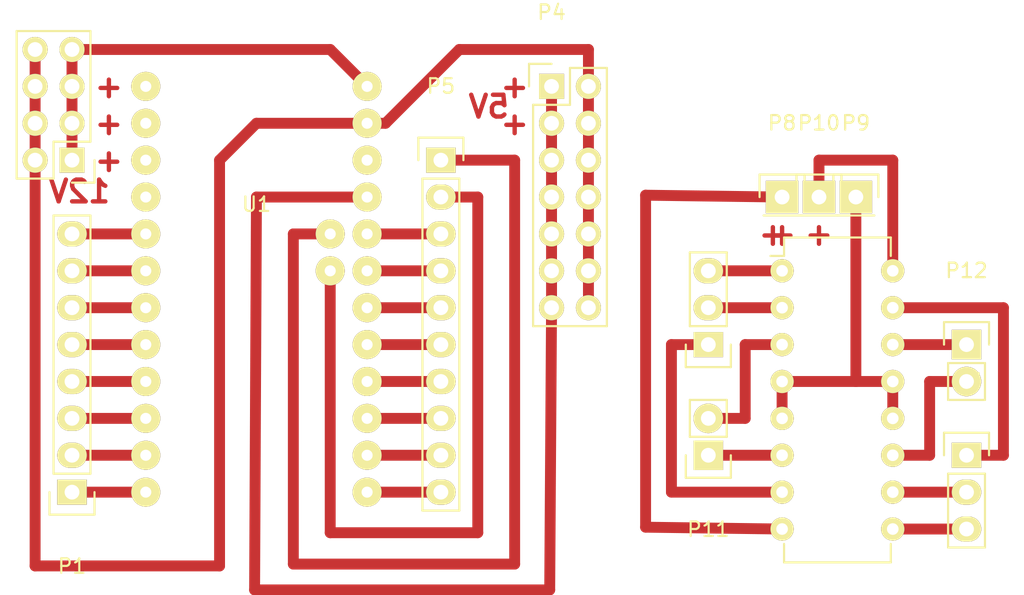
<source format=kicad_pcb>
(kicad_pcb (version 4) (host pcbnew 4.0.2+dfsg1-stable)

  (general
    (links 56)
    (no_connects 0)
    (area 0 0 0 0)
    (thickness 1.6)
    (drawings 10)
    (tracks 87)
    (zones 0)
    (modules 13)
    (nets 40)
  )

  (page A4)
  (layers
    (0 F.Cu signal)
    (31 B.Cu signal)
    (32 B.Adhes user)
    (33 F.Adhes user)
    (34 B.Paste user)
    (35 F.Paste user)
    (36 B.SilkS user)
    (37 F.SilkS user)
    (38 B.Mask user)
    (39 F.Mask user)
    (40 Dwgs.User user)
    (41 Cmts.User user)
    (42 Eco1.User user)
    (43 Eco2.User user)
    (44 Edge.Cuts user)
    (45 Margin user)
    (46 B.CrtYd user)
    (47 F.CrtYd user)
    (48 B.Fab user)
    (49 F.Fab user)
  )

  (setup
    (last_trace_width 0.75)
    (trace_clearance 0.2)
    (zone_clearance 0.508)
    (zone_45_only no)
    (trace_min 0.2)
    (segment_width 0.2)
    (edge_width 0.15)
    (via_size 0.6)
    (via_drill 0.4)
    (via_min_size 0.4)
    (via_min_drill 0.3)
    (uvia_size 0.3)
    (uvia_drill 0.1)
    (uvias_allowed no)
    (uvia_min_size 0.2)
    (uvia_min_drill 0.1)
    (pcb_text_width 0.3)
    (pcb_text_size 1.5 1.5)
    (mod_edge_width 0.15)
    (mod_text_size 1 1)
    (mod_text_width 0.15)
    (pad_size 1.524 1.524)
    (pad_drill 0.762)
    (pad_to_mask_clearance 0.2)
    (aux_axis_origin 0 0)
    (visible_elements FFFFFF7F)
    (pcbplotparams
      (layerselection 0x00000_00000001)
      (usegerberextensions false)
      (excludeedgelayer true)
      (linewidth 0.100000)
      (plotframeref false)
      (viasonmask false)
      (mode 1)
      (useauxorigin false)
      (hpglpennumber 1)
      (hpglpenspeed 20)
      (hpglpendiameter 15)
      (hpglpenoverlay 2)
      (psnegative false)
      (psa4output false)
      (plotreference true)
      (plotvalue true)
      (plotinvisibletext false)
      (padsonsilk false)
      (subtractmaskfromsilk false)
      (outputformat 1)
      (mirror false)
      (drillshape 0)
      (scaleselection 1)
      (outputdirectory ""))
  )

  (net 0 "")
  (net 1 "Net-(P6-Pad1)")
  (net 2 "Net-(P6-Pad2)")
  (net 3 "Net-(P6-Pad3)")
  (net 4 "Net-(P7-Pad1)")
  (net 5 "Net-(P7-Pad2)")
  (net 6 "Net-(P7-Pad3)")
  (net 7 "Net-(P8-Pad1)")
  (net 8 "Net-(P9-Pad1)")
  (net 9 "Net-(P10-Pad1)")
  (net 10 "Net-(P11-Pad1)")
  (net 11 "Net-(P11-Pad2)")
  (net 12 "Net-(P12-Pad1)")
  (net 13 "Net-(P12-Pad2)")
  (net 14 "Net-(P1-Pad1)")
  (net 15 "Net-(P1-Pad2)")
  (net 16 "Net-(P1-Pad3)")
  (net 17 "Net-(P1-Pad4)")
  (net 18 "Net-(P1-Pad5)")
  (net 19 "Net-(P1-Pad6)")
  (net 20 "Net-(P1-Pad7)")
  (net 21 "Net-(P1-Pad8)")
  (net 22 "Net-(P2-Pad1)")
  (net 23 "Net-(P2-Pad2)")
  (net 24 "Net-(P4-Pad1)")
  (net 25 "Net-(P5-Pad1)")
  (net 26 "Net-(P5-Pad2)")
  (net 27 "Net-(P5-Pad3)")
  (net 28 "Net-(P5-Pad4)")
  (net 29 "Net-(P5-Pad5)")
  (net 30 "Net-(P5-Pad6)")
  (net 31 "Net-(P5-Pad7)")
  (net 32 "Net-(P5-Pad8)")
  (net 33 "Net-(P5-Pad9)")
  (net 34 "Net-(P5-Pad10)")
  (net 35 "Net-(U1-Pad9)")
  (net 36 "Net-(U1-Pad32)")
  (net 37 "Net-(U1-Pad33)")
  (net 38 "Net-(U1-Pad34)")
  (net 39 "Net-(U1-Pad35)")

  (net_class Default "This is the default net class."
    (clearance 0.2)
    (trace_width 0.75)
    (via_dia 0.6)
    (via_drill 0.4)
    (uvia_dia 0.3)
    (uvia_drill 0.1)
    (add_net "Net-(P1-Pad1)")
    (add_net "Net-(P1-Pad2)")
    (add_net "Net-(P1-Pad3)")
    (add_net "Net-(P1-Pad4)")
    (add_net "Net-(P1-Pad5)")
    (add_net "Net-(P1-Pad6)")
    (add_net "Net-(P1-Pad7)")
    (add_net "Net-(P1-Pad8)")
    (add_net "Net-(P10-Pad1)")
    (add_net "Net-(P11-Pad1)")
    (add_net "Net-(P11-Pad2)")
    (add_net "Net-(P12-Pad1)")
    (add_net "Net-(P12-Pad2)")
    (add_net "Net-(P2-Pad1)")
    (add_net "Net-(P2-Pad2)")
    (add_net "Net-(P4-Pad1)")
    (add_net "Net-(P5-Pad1)")
    (add_net "Net-(P5-Pad10)")
    (add_net "Net-(P5-Pad2)")
    (add_net "Net-(P5-Pad3)")
    (add_net "Net-(P5-Pad4)")
    (add_net "Net-(P5-Pad5)")
    (add_net "Net-(P5-Pad6)")
    (add_net "Net-(P5-Pad7)")
    (add_net "Net-(P5-Pad8)")
    (add_net "Net-(P5-Pad9)")
    (add_net "Net-(P6-Pad1)")
    (add_net "Net-(P6-Pad2)")
    (add_net "Net-(P6-Pad3)")
    (add_net "Net-(P7-Pad1)")
    (add_net "Net-(P7-Pad2)")
    (add_net "Net-(P7-Pad3)")
    (add_net "Net-(P8-Pad1)")
    (add_net "Net-(P9-Pad1)")
    (add_net "Net-(U1-Pad32)")
    (add_net "Net-(U1-Pad33)")
    (add_net "Net-(U1-Pad34)")
    (add_net "Net-(U1-Pad35)")
    (add_net "Net-(U1-Pad9)")
  )

  (module Pin_Headers:Pin_Header_Straight_1x03 (layer F.Cu) (tedit 0) (tstamp 573AC3F8)
    (at 140.335 96.52 180)
    (descr "Through hole pin header")
    (tags "pin header")
    (path /573ACD16)
    (fp_text reference P6 (at 0 -5.1 180) (layer F.SilkS)
      (effects (font (size 1 1) (thickness 0.15)))
    )
    (fp_text value CONTROL1 (at 0 -3.1 180) (layer F.Fab)
      (effects (font (size 1 1) (thickness 0.15)))
    )
    (fp_line (start -1.75 -1.75) (end -1.75 6.85) (layer F.CrtYd) (width 0.05))
    (fp_line (start 1.75 -1.75) (end 1.75 6.85) (layer F.CrtYd) (width 0.05))
    (fp_line (start -1.75 -1.75) (end 1.75 -1.75) (layer F.CrtYd) (width 0.05))
    (fp_line (start -1.75 6.85) (end 1.75 6.85) (layer F.CrtYd) (width 0.05))
    (fp_line (start -1.27 1.27) (end -1.27 6.35) (layer F.SilkS) (width 0.15))
    (fp_line (start -1.27 6.35) (end 1.27 6.35) (layer F.SilkS) (width 0.15))
    (fp_line (start 1.27 6.35) (end 1.27 1.27) (layer F.SilkS) (width 0.15))
    (fp_line (start 1.55 -1.55) (end 1.55 0) (layer F.SilkS) (width 0.15))
    (fp_line (start 1.27 1.27) (end -1.27 1.27) (layer F.SilkS) (width 0.15))
    (fp_line (start -1.55 0) (end -1.55 -1.55) (layer F.SilkS) (width 0.15))
    (fp_line (start -1.55 -1.55) (end 1.55 -1.55) (layer F.SilkS) (width 0.15))
    (pad 1 thru_hole rect (at 0 0 180) (size 2.032 1.7272) (drill 1.016) (layers *.Cu *.Mask F.SilkS)
      (net 1 "Net-(P6-Pad1)"))
    (pad 2 thru_hole oval (at 0 2.54 180) (size 2.032 1.7272) (drill 1.016) (layers *.Cu *.Mask F.SilkS)
      (net 2 "Net-(P6-Pad2)"))
    (pad 3 thru_hole oval (at 0 5.08 180) (size 2.032 1.7272) (drill 1.016) (layers *.Cu *.Mask F.SilkS)
      (net 3 "Net-(P6-Pad3)"))
    (model Pin_Headers.3dshapes/Pin_Header_Straight_1x03.wrl
      (at (xyz 0 -0.1 0))
      (scale (xyz 1 1 1))
      (rotate (xyz 0 0 90))
    )
  )

  (module Pin_Headers:Pin_Header_Straight_1x03 (layer F.Cu) (tedit 0) (tstamp 573AC40A)
    (at 158.115 104.14)
    (descr "Through hole pin header")
    (tags "pin header")
    (path /573ACD17)
    (fp_text reference P7 (at 0 -5.1) (layer F.SilkS)
      (effects (font (size 1 1) (thickness 0.15)))
    )
    (fp_text value CONTROL2 (at 0 -3.1) (layer F.Fab)
      (effects (font (size 1 1) (thickness 0.15)))
    )
    (fp_line (start -1.75 -1.75) (end -1.75 6.85) (layer F.CrtYd) (width 0.05))
    (fp_line (start 1.75 -1.75) (end 1.75 6.85) (layer F.CrtYd) (width 0.05))
    (fp_line (start -1.75 -1.75) (end 1.75 -1.75) (layer F.CrtYd) (width 0.05))
    (fp_line (start -1.75 6.85) (end 1.75 6.85) (layer F.CrtYd) (width 0.05))
    (fp_line (start -1.27 1.27) (end -1.27 6.35) (layer F.SilkS) (width 0.15))
    (fp_line (start -1.27 6.35) (end 1.27 6.35) (layer F.SilkS) (width 0.15))
    (fp_line (start 1.27 6.35) (end 1.27 1.27) (layer F.SilkS) (width 0.15))
    (fp_line (start 1.55 -1.55) (end 1.55 0) (layer F.SilkS) (width 0.15))
    (fp_line (start 1.27 1.27) (end -1.27 1.27) (layer F.SilkS) (width 0.15))
    (fp_line (start -1.55 0) (end -1.55 -1.55) (layer F.SilkS) (width 0.15))
    (fp_line (start -1.55 -1.55) (end 1.55 -1.55) (layer F.SilkS) (width 0.15))
    (pad 1 thru_hole rect (at 0 0) (size 2.032 1.7272) (drill 1.016) (layers *.Cu *.Mask F.SilkS)
      (net 4 "Net-(P7-Pad1)"))
    (pad 2 thru_hole oval (at 0 2.54) (size 2.032 1.7272) (drill 1.016) (layers *.Cu *.Mask F.SilkS)
      (net 5 "Net-(P7-Pad2)"))
    (pad 3 thru_hole oval (at 0 5.08) (size 2.032 1.7272) (drill 1.016) (layers *.Cu *.Mask F.SilkS)
      (net 6 "Net-(P7-Pad3)"))
    (model Pin_Headers.3dshapes/Pin_Header_Straight_1x03.wrl
      (at (xyz 0 -0.1 0))
      (scale (xyz 1 1 1))
      (rotate (xyz 0 0 90))
    )
  )

  (module Pin_Headers:Pin_Header_Straight_1x01 (layer F.Cu) (tedit 54EA08DC) (tstamp 573AC417)
    (at 145.415 86.36)
    (descr "Through hole pin header")
    (tags "pin header")
    (path /573ACD14)
    (fp_text reference P8 (at 0 -5.1) (layer F.SilkS)
      (effects (font (size 1 1) (thickness 0.15)))
    )
    (fp_text value 35V (at 0 -3.1) (layer F.Fab)
      (effects (font (size 1 1) (thickness 0.15)))
    )
    (fp_line (start 1.55 -1.55) (end 1.55 0) (layer F.SilkS) (width 0.15))
    (fp_line (start -1.75 -1.75) (end -1.75 1.75) (layer F.CrtYd) (width 0.05))
    (fp_line (start 1.75 -1.75) (end 1.75 1.75) (layer F.CrtYd) (width 0.05))
    (fp_line (start -1.75 -1.75) (end 1.75 -1.75) (layer F.CrtYd) (width 0.05))
    (fp_line (start -1.75 1.75) (end 1.75 1.75) (layer F.CrtYd) (width 0.05))
    (fp_line (start -1.55 0) (end -1.55 -1.55) (layer F.SilkS) (width 0.15))
    (fp_line (start -1.55 -1.55) (end 1.55 -1.55) (layer F.SilkS) (width 0.15))
    (fp_line (start -1.27 1.27) (end 1.27 1.27) (layer F.SilkS) (width 0.15))
    (pad 1 thru_hole rect (at 0 0) (size 2.2352 2.2352) (drill 1.016) (layers *.Cu *.Mask F.SilkS)
      (net 7 "Net-(P8-Pad1)"))
    (model Pin_Headers.3dshapes/Pin_Header_Straight_1x01.wrl
      (at (xyz 0 0 0))
      (scale (xyz 1 1 1))
      (rotate (xyz 0 0 90))
    )
  )

  (module Pin_Headers:Pin_Header_Straight_1x01 (layer F.Cu) (tedit 54EA08DC) (tstamp 573AC424)
    (at 150.495 86.36)
    (descr "Through hole pin header")
    (tags "pin header")
    (path /573ACD15)
    (fp_text reference P9 (at 0 -5.1) (layer F.SilkS)
      (effects (font (size 1 1) (thickness 0.15)))
    )
    (fp_text value GND (at 0 -3.1) (layer F.Fab)
      (effects (font (size 1 1) (thickness 0.15)))
    )
    (fp_line (start 1.55 -1.55) (end 1.55 0) (layer F.SilkS) (width 0.15))
    (fp_line (start -1.75 -1.75) (end -1.75 1.75) (layer F.CrtYd) (width 0.05))
    (fp_line (start 1.75 -1.75) (end 1.75 1.75) (layer F.CrtYd) (width 0.05))
    (fp_line (start -1.75 -1.75) (end 1.75 -1.75) (layer F.CrtYd) (width 0.05))
    (fp_line (start -1.75 1.75) (end 1.75 1.75) (layer F.CrtYd) (width 0.05))
    (fp_line (start -1.55 0) (end -1.55 -1.55) (layer F.SilkS) (width 0.15))
    (fp_line (start -1.55 -1.55) (end 1.55 -1.55) (layer F.SilkS) (width 0.15))
    (fp_line (start -1.27 1.27) (end 1.27 1.27) (layer F.SilkS) (width 0.15))
    (pad 1 thru_hole rect (at 0 0) (size 2.2352 2.2352) (drill 1.016) (layers *.Cu *.Mask F.SilkS)
      (net 8 "Net-(P9-Pad1)"))
    (model Pin_Headers.3dshapes/Pin_Header_Straight_1x01.wrl
      (at (xyz 0 0 0))
      (scale (xyz 1 1 1))
      (rotate (xyz 0 0 90))
    )
  )

  (module Pin_Headers:Pin_Header_Straight_1x01 (layer F.Cu) (tedit 54EA08DC) (tstamp 573AC431)
    (at 147.955 86.36)
    (descr "Through hole pin header")
    (tags "pin header")
    (path /573ACD13)
    (fp_text reference P10 (at 0 -5.1) (layer F.SilkS)
      (effects (font (size 1 1) (thickness 0.15)))
    )
    (fp_text value 5V (at 0 -3.1) (layer F.Fab)
      (effects (font (size 1 1) (thickness 0.15)))
    )
    (fp_line (start 1.55 -1.55) (end 1.55 0) (layer F.SilkS) (width 0.15))
    (fp_line (start -1.75 -1.75) (end -1.75 1.75) (layer F.CrtYd) (width 0.05))
    (fp_line (start 1.75 -1.75) (end 1.75 1.75) (layer F.CrtYd) (width 0.05))
    (fp_line (start -1.75 -1.75) (end 1.75 -1.75) (layer F.CrtYd) (width 0.05))
    (fp_line (start -1.75 1.75) (end 1.75 1.75) (layer F.CrtYd) (width 0.05))
    (fp_line (start -1.55 0) (end -1.55 -1.55) (layer F.SilkS) (width 0.15))
    (fp_line (start -1.55 -1.55) (end 1.55 -1.55) (layer F.SilkS) (width 0.15))
    (fp_line (start -1.27 1.27) (end 1.27 1.27) (layer F.SilkS) (width 0.15))
    (pad 1 thru_hole rect (at 0 0) (size 2.2352 2.2352) (drill 1.016) (layers *.Cu *.Mask F.SilkS)
      (net 9 "Net-(P10-Pad1)"))
    (model Pin_Headers.3dshapes/Pin_Header_Straight_1x01.wrl
      (at (xyz 0 0 0))
      (scale (xyz 1 1 1))
      (rotate (xyz 0 0 90))
    )
  )

  (module Pin_Headers:Pin_Header_Straight_1x02 (layer F.Cu) (tedit 54EA090C) (tstamp 573AC442)
    (at 140.335 104.14 180)
    (descr "Through hole pin header")
    (tags "pin header")
    (path /573ACD18)
    (fp_text reference P11 (at 0 -5.1 180) (layer F.SilkS)
      (effects (font (size 1 1) (thickness 0.15)))
    )
    (fp_text value OUT1 (at 0 -3.1 180) (layer F.Fab)
      (effects (font (size 1 1) (thickness 0.15)))
    )
    (fp_line (start 1.27 1.27) (end 1.27 3.81) (layer F.SilkS) (width 0.15))
    (fp_line (start 1.55 -1.55) (end 1.55 0) (layer F.SilkS) (width 0.15))
    (fp_line (start -1.75 -1.75) (end -1.75 4.3) (layer F.CrtYd) (width 0.05))
    (fp_line (start 1.75 -1.75) (end 1.75 4.3) (layer F.CrtYd) (width 0.05))
    (fp_line (start -1.75 -1.75) (end 1.75 -1.75) (layer F.CrtYd) (width 0.05))
    (fp_line (start -1.75 4.3) (end 1.75 4.3) (layer F.CrtYd) (width 0.05))
    (fp_line (start 1.27 1.27) (end -1.27 1.27) (layer F.SilkS) (width 0.15))
    (fp_line (start -1.55 0) (end -1.55 -1.55) (layer F.SilkS) (width 0.15))
    (fp_line (start -1.55 -1.55) (end 1.55 -1.55) (layer F.SilkS) (width 0.15))
    (fp_line (start -1.27 1.27) (end -1.27 3.81) (layer F.SilkS) (width 0.15))
    (fp_line (start -1.27 3.81) (end 1.27 3.81) (layer F.SilkS) (width 0.15))
    (pad 1 thru_hole rect (at 0 0 180) (size 2.032 2.032) (drill 1.016) (layers *.Cu *.Mask F.SilkS)
      (net 10 "Net-(P11-Pad1)"))
    (pad 2 thru_hole oval (at 0 2.54 180) (size 2.032 2.032) (drill 1.016) (layers *.Cu *.Mask F.SilkS)
      (net 11 "Net-(P11-Pad2)"))
    (model Pin_Headers.3dshapes/Pin_Header_Straight_1x02.wrl
      (at (xyz 0 -0.05 0))
      (scale (xyz 1 1 1))
      (rotate (xyz 0 0 90))
    )
  )

  (module Pin_Headers:Pin_Header_Straight_1x02 (layer F.Cu) (tedit 54EA090C) (tstamp 573AC453)
    (at 158.115 96.52)
    (descr "Through hole pin header")
    (tags "pin header")
    (path /573ACD19)
    (fp_text reference P12 (at 0 -5.1) (layer F.SilkS)
      (effects (font (size 1 1) (thickness 0.15)))
    )
    (fp_text value OUT2 (at 0 -3.1) (layer F.Fab)
      (effects (font (size 1 1) (thickness 0.15)))
    )
    (fp_line (start 1.27 1.27) (end 1.27 3.81) (layer F.SilkS) (width 0.15))
    (fp_line (start 1.55 -1.55) (end 1.55 0) (layer F.SilkS) (width 0.15))
    (fp_line (start -1.75 -1.75) (end -1.75 4.3) (layer F.CrtYd) (width 0.05))
    (fp_line (start 1.75 -1.75) (end 1.75 4.3) (layer F.CrtYd) (width 0.05))
    (fp_line (start -1.75 -1.75) (end 1.75 -1.75) (layer F.CrtYd) (width 0.05))
    (fp_line (start -1.75 4.3) (end 1.75 4.3) (layer F.CrtYd) (width 0.05))
    (fp_line (start 1.27 1.27) (end -1.27 1.27) (layer F.SilkS) (width 0.15))
    (fp_line (start -1.55 0) (end -1.55 -1.55) (layer F.SilkS) (width 0.15))
    (fp_line (start -1.55 -1.55) (end 1.55 -1.55) (layer F.SilkS) (width 0.15))
    (fp_line (start -1.27 1.27) (end -1.27 3.81) (layer F.SilkS) (width 0.15))
    (fp_line (start -1.27 3.81) (end 1.27 3.81) (layer F.SilkS) (width 0.15))
    (pad 1 thru_hole rect (at 0 0) (size 2.032 2.032) (drill 1.016) (layers *.Cu *.Mask F.SilkS)
      (net 12 "Net-(P12-Pad1)"))
    (pad 2 thru_hole oval (at 0 2.54) (size 2.032 2.032) (drill 1.016) (layers *.Cu *.Mask F.SilkS)
      (net 13 "Net-(P12-Pad2)"))
    (model Pin_Headers.3dshapes/Pin_Header_Straight_1x02.wrl
      (at (xyz 0 -0.05 0))
      (scale (xyz 1 1 1))
      (rotate (xyz 0 0 90))
    )
  )

  (module Housings_DIP:DIP-16_W7.62mm (layer F.Cu) (tedit 54130A77) (tstamp 573AC472)
    (at 145.415 91.44)
    (descr "16-lead dip package, row spacing 7.62 mm (300 mils)")
    (tags "dil dip 2.54 300")
    (path /573ACD12)
    (fp_text reference U2 (at 0 -5.22) (layer F.SilkS)
      (effects (font (size 1 1) (thickness 0.15)))
    )
    (fp_text value L293D (at 0 -3.72) (layer F.Fab)
      (effects (font (size 1 1) (thickness 0.15)))
    )
    (fp_line (start -1.05 -2.45) (end -1.05 20.25) (layer F.CrtYd) (width 0.05))
    (fp_line (start 8.65 -2.45) (end 8.65 20.25) (layer F.CrtYd) (width 0.05))
    (fp_line (start -1.05 -2.45) (end 8.65 -2.45) (layer F.CrtYd) (width 0.05))
    (fp_line (start -1.05 20.25) (end 8.65 20.25) (layer F.CrtYd) (width 0.05))
    (fp_line (start 0.135 -2.295) (end 0.135 -1.025) (layer F.SilkS) (width 0.15))
    (fp_line (start 7.485 -2.295) (end 7.485 -1.025) (layer F.SilkS) (width 0.15))
    (fp_line (start 7.485 20.075) (end 7.485 18.805) (layer F.SilkS) (width 0.15))
    (fp_line (start 0.135 20.075) (end 0.135 18.805) (layer F.SilkS) (width 0.15))
    (fp_line (start 0.135 -2.295) (end 7.485 -2.295) (layer F.SilkS) (width 0.15))
    (fp_line (start 0.135 20.075) (end 7.485 20.075) (layer F.SilkS) (width 0.15))
    (fp_line (start 0.135 -1.025) (end -0.8 -1.025) (layer F.SilkS) (width 0.15))
    (pad 1 thru_hole oval (at 0 0) (size 1.6 1.6) (drill 0.8) (layers *.Cu *.Mask F.SilkS)
      (net 3 "Net-(P6-Pad3)"))
    (pad 2 thru_hole oval (at 0 2.54) (size 1.6 1.6) (drill 0.8) (layers *.Cu *.Mask F.SilkS)
      (net 2 "Net-(P6-Pad2)"))
    (pad 3 thru_hole oval (at 0 5.08) (size 1.6 1.6) (drill 0.8) (layers *.Cu *.Mask F.SilkS)
      (net 11 "Net-(P11-Pad2)"))
    (pad 4 thru_hole oval (at 0 7.62) (size 1.6 1.6) (drill 0.8) (layers *.Cu *.Mask F.SilkS)
      (net 8 "Net-(P9-Pad1)"))
    (pad 5 thru_hole oval (at 0 10.16) (size 1.6 1.6) (drill 0.8) (layers *.Cu *.Mask F.SilkS)
      (net 8 "Net-(P9-Pad1)"))
    (pad 6 thru_hole oval (at 0 12.7) (size 1.6 1.6) (drill 0.8) (layers *.Cu *.Mask F.SilkS)
      (net 10 "Net-(P11-Pad1)"))
    (pad 7 thru_hole oval (at 0 15.24) (size 1.6 1.6) (drill 0.8) (layers *.Cu *.Mask F.SilkS)
      (net 1 "Net-(P6-Pad1)"))
    (pad 8 thru_hole oval (at 0 17.78) (size 1.6 1.6) (drill 0.8) (layers *.Cu *.Mask F.SilkS)
      (net 7 "Net-(P8-Pad1)"))
    (pad 9 thru_hole oval (at 7.62 17.78) (size 1.6 1.6) (drill 0.8) (layers *.Cu *.Mask F.SilkS)
      (net 6 "Net-(P7-Pad3)"))
    (pad 10 thru_hole oval (at 7.62 15.24) (size 1.6 1.6) (drill 0.8) (layers *.Cu *.Mask F.SilkS)
      (net 5 "Net-(P7-Pad2)"))
    (pad 11 thru_hole oval (at 7.62 12.7) (size 1.6 1.6) (drill 0.8) (layers *.Cu *.Mask F.SilkS)
      (net 13 "Net-(P12-Pad2)"))
    (pad 12 thru_hole oval (at 7.62 10.16) (size 1.6 1.6) (drill 0.8) (layers *.Cu *.Mask F.SilkS)
      (net 8 "Net-(P9-Pad1)"))
    (pad 13 thru_hole oval (at 7.62 7.62) (size 1.6 1.6) (drill 0.8) (layers *.Cu *.Mask F.SilkS)
      (net 8 "Net-(P9-Pad1)"))
    (pad 14 thru_hole oval (at 7.62 5.08) (size 1.6 1.6) (drill 0.8) (layers *.Cu *.Mask F.SilkS)
      (net 12 "Net-(P12-Pad1)"))
    (pad 15 thru_hole oval (at 7.62 2.54) (size 1.6 1.6) (drill 0.8) (layers *.Cu *.Mask F.SilkS)
      (net 4 "Net-(P7-Pad1)"))
    (pad 16 thru_hole oval (at 7.62 0) (size 1.6 1.6) (drill 0.8) (layers *.Cu *.Mask F.SilkS)
      (net 9 "Net-(P10-Pad1)"))
    (model Housings_DIP.3dshapes/DIP-16_W7.62mm.wrl
      (at (xyz 0 0 0))
      (scale (xyz 1 1 1))
      (rotate (xyz 0 0 0))
    )
  )

  (module Pin_Headers:Pin_Header_Straight_1x08 (layer F.Cu) (tedit 0) (tstamp 573C5D4C)
    (at 96.52 106.68 180)
    (descr "Through hole pin header")
    (tags "pin header")
    (path /573AC3EE)
    (fp_text reference P1 (at 0 -5.1 180) (layer F.SilkS)
      (effects (font (size 1 1) (thickness 0.15)))
    )
    (fp_text value CONN_01X08 (at 0 -3.1 180) (layer F.Fab)
      (effects (font (size 1 1) (thickness 0.15)))
    )
    (fp_line (start -1.75 -1.75) (end -1.75 19.55) (layer F.CrtYd) (width 0.05))
    (fp_line (start 1.75 -1.75) (end 1.75 19.55) (layer F.CrtYd) (width 0.05))
    (fp_line (start -1.75 -1.75) (end 1.75 -1.75) (layer F.CrtYd) (width 0.05))
    (fp_line (start -1.75 19.55) (end 1.75 19.55) (layer F.CrtYd) (width 0.05))
    (fp_line (start 1.27 1.27) (end 1.27 19.05) (layer F.SilkS) (width 0.15))
    (fp_line (start 1.27 19.05) (end -1.27 19.05) (layer F.SilkS) (width 0.15))
    (fp_line (start -1.27 19.05) (end -1.27 1.27) (layer F.SilkS) (width 0.15))
    (fp_line (start 1.55 -1.55) (end 1.55 0) (layer F.SilkS) (width 0.15))
    (fp_line (start 1.27 1.27) (end -1.27 1.27) (layer F.SilkS) (width 0.15))
    (fp_line (start -1.55 0) (end -1.55 -1.55) (layer F.SilkS) (width 0.15))
    (fp_line (start -1.55 -1.55) (end 1.55 -1.55) (layer F.SilkS) (width 0.15))
    (pad 1 thru_hole rect (at 0 0 180) (size 2.032 1.7272) (drill 1.016) (layers *.Cu *.Mask F.SilkS)
      (net 14 "Net-(P1-Pad1)"))
    (pad 2 thru_hole oval (at 0 2.54 180) (size 2.032 1.7272) (drill 1.016) (layers *.Cu *.Mask F.SilkS)
      (net 15 "Net-(P1-Pad2)"))
    (pad 3 thru_hole oval (at 0 5.08 180) (size 2.032 1.7272) (drill 1.016) (layers *.Cu *.Mask F.SilkS)
      (net 16 "Net-(P1-Pad3)"))
    (pad 4 thru_hole oval (at 0 7.62 180) (size 2.032 1.7272) (drill 1.016) (layers *.Cu *.Mask F.SilkS)
      (net 17 "Net-(P1-Pad4)"))
    (pad 5 thru_hole oval (at 0 10.16 180) (size 2.032 1.7272) (drill 1.016) (layers *.Cu *.Mask F.SilkS)
      (net 18 "Net-(P1-Pad5)"))
    (pad 6 thru_hole oval (at 0 12.7 180) (size 2.032 1.7272) (drill 1.016) (layers *.Cu *.Mask F.SilkS)
      (net 19 "Net-(P1-Pad6)"))
    (pad 7 thru_hole oval (at 0 15.24 180) (size 2.032 1.7272) (drill 1.016) (layers *.Cu *.Mask F.SilkS)
      (net 20 "Net-(P1-Pad7)"))
    (pad 8 thru_hole oval (at 0 17.78 180) (size 2.032 1.7272) (drill 1.016) (layers *.Cu *.Mask F.SilkS)
      (net 21 "Net-(P1-Pad8)"))
    (model Pin_Headers.3dshapes/Pin_Header_Straight_1x08.wrl
      (at (xyz 0 -0.35 0))
      (scale (xyz 1 1 1))
      (rotate (xyz 0 0 90))
    )
  )

  (module Pin_Headers:Pin_Header_Straight_2x07 (layer F.Cu) (tedit 0) (tstamp 573C5D88)
    (at 129.54 78.74)
    (descr "Through hole pin header")
    (tags "pin header")
    (path /573AD732)
    (fp_text reference P4 (at 0 -5.1) (layer F.SilkS)
      (effects (font (size 1 1) (thickness 0.15)))
    )
    (fp_text value CONN_02X07 (at 0 -3.1) (layer F.Fab)
      (effects (font (size 1 1) (thickness 0.15)))
    )
    (fp_line (start -1.75 -1.75) (end -1.75 17) (layer F.CrtYd) (width 0.05))
    (fp_line (start 4.3 -1.75) (end 4.3 17) (layer F.CrtYd) (width 0.05))
    (fp_line (start -1.75 -1.75) (end 4.3 -1.75) (layer F.CrtYd) (width 0.05))
    (fp_line (start -1.75 17) (end 4.3 17) (layer F.CrtYd) (width 0.05))
    (fp_line (start 3.81 16.51) (end 3.81 -1.27) (layer F.SilkS) (width 0.15))
    (fp_line (start -1.27 1.27) (end -1.27 16.51) (layer F.SilkS) (width 0.15))
    (fp_line (start 3.81 16.51) (end -1.27 16.51) (layer F.SilkS) (width 0.15))
    (fp_line (start 3.81 -1.27) (end 1.27 -1.27) (layer F.SilkS) (width 0.15))
    (fp_line (start 0 -1.55) (end -1.55 -1.55) (layer F.SilkS) (width 0.15))
    (fp_line (start 1.27 -1.27) (end 1.27 1.27) (layer F.SilkS) (width 0.15))
    (fp_line (start 1.27 1.27) (end -1.27 1.27) (layer F.SilkS) (width 0.15))
    (fp_line (start -1.55 -1.55) (end -1.55 0) (layer F.SilkS) (width 0.15))
    (pad 1 thru_hole rect (at 0 0) (size 1.7272 1.7272) (drill 1.016) (layers *.Cu *.Mask F.SilkS)
      (net 24 "Net-(P4-Pad1)"))
    (pad 2 thru_hole oval (at 2.54 0) (size 1.7272 1.7272) (drill 1.016) (layers *.Cu *.Mask F.SilkS)
      (net 23 "Net-(P2-Pad2)"))
    (pad 3 thru_hole oval (at 0 2.54) (size 1.7272 1.7272) (drill 1.016) (layers *.Cu *.Mask F.SilkS)
      (net 24 "Net-(P4-Pad1)"))
    (pad 4 thru_hole oval (at 2.54 2.54) (size 1.7272 1.7272) (drill 1.016) (layers *.Cu *.Mask F.SilkS)
      (net 23 "Net-(P2-Pad2)"))
    (pad 5 thru_hole oval (at 0 5.08) (size 1.7272 1.7272) (drill 1.016) (layers *.Cu *.Mask F.SilkS)
      (net 24 "Net-(P4-Pad1)"))
    (pad 6 thru_hole oval (at 2.54 5.08) (size 1.7272 1.7272) (drill 1.016) (layers *.Cu *.Mask F.SilkS)
      (net 23 "Net-(P2-Pad2)"))
    (pad 7 thru_hole oval (at 0 7.62) (size 1.7272 1.7272) (drill 1.016) (layers *.Cu *.Mask F.SilkS)
      (net 24 "Net-(P4-Pad1)"))
    (pad 8 thru_hole oval (at 2.54 7.62) (size 1.7272 1.7272) (drill 1.016) (layers *.Cu *.Mask F.SilkS)
      (net 23 "Net-(P2-Pad2)"))
    (pad 9 thru_hole oval (at 0 10.16) (size 1.7272 1.7272) (drill 1.016) (layers *.Cu *.Mask F.SilkS)
      (net 24 "Net-(P4-Pad1)"))
    (pad 10 thru_hole oval (at 2.54 10.16) (size 1.7272 1.7272) (drill 1.016) (layers *.Cu *.Mask F.SilkS)
      (net 23 "Net-(P2-Pad2)"))
    (pad 11 thru_hole oval (at 0 12.7) (size 1.7272 1.7272) (drill 1.016) (layers *.Cu *.Mask F.SilkS)
      (net 24 "Net-(P4-Pad1)"))
    (pad 12 thru_hole oval (at 2.54 12.7) (size 1.7272 1.7272) (drill 1.016) (layers *.Cu *.Mask F.SilkS)
      (net 23 "Net-(P2-Pad2)"))
    (pad 13 thru_hole oval (at 0 15.24) (size 1.7272 1.7272) (drill 1.016) (layers *.Cu *.Mask F.SilkS)
      (net 24 "Net-(P4-Pad1)"))
    (pad 14 thru_hole oval (at 2.54 15.24) (size 1.7272 1.7272) (drill 1.016) (layers *.Cu *.Mask F.SilkS)
      (net 23 "Net-(P2-Pad2)"))
    (model Pin_Headers.3dshapes/Pin_Header_Straight_2x07.wrl
      (at (xyz 0.05 -0.3 0))
      (scale (xyz 1 1 1))
      (rotate (xyz 0 0 90))
    )
  )

  (module Pin_Headers:Pin_Header_Straight_1x10 (layer F.Cu) (tedit 0) (tstamp 573C5DA1)
    (at 121.92 83.82)
    (descr "Through hole pin header")
    (tags "pin header")
    (path /573AC174)
    (fp_text reference P5 (at 0 -5.1) (layer F.SilkS)
      (effects (font (size 1 1) (thickness 0.15)))
    )
    (fp_text value CONN_01X10 (at 0 -3.1) (layer F.Fab)
      (effects (font (size 1 1) (thickness 0.15)))
    )
    (fp_line (start -1.75 -1.75) (end -1.75 24.65) (layer F.CrtYd) (width 0.05))
    (fp_line (start 1.75 -1.75) (end 1.75 24.65) (layer F.CrtYd) (width 0.05))
    (fp_line (start -1.75 -1.75) (end 1.75 -1.75) (layer F.CrtYd) (width 0.05))
    (fp_line (start -1.75 24.65) (end 1.75 24.65) (layer F.CrtYd) (width 0.05))
    (fp_line (start 1.27 1.27) (end 1.27 24.13) (layer F.SilkS) (width 0.15))
    (fp_line (start 1.27 24.13) (end -1.27 24.13) (layer F.SilkS) (width 0.15))
    (fp_line (start -1.27 24.13) (end -1.27 1.27) (layer F.SilkS) (width 0.15))
    (fp_line (start 1.55 -1.55) (end 1.55 0) (layer F.SilkS) (width 0.15))
    (fp_line (start 1.27 1.27) (end -1.27 1.27) (layer F.SilkS) (width 0.15))
    (fp_line (start -1.55 0) (end -1.55 -1.55) (layer F.SilkS) (width 0.15))
    (fp_line (start -1.55 -1.55) (end 1.55 -1.55) (layer F.SilkS) (width 0.15))
    (pad 1 thru_hole rect (at 0 0) (size 2.032 1.7272) (drill 1.016) (layers *.Cu *.Mask F.SilkS)
      (net 25 "Net-(P5-Pad1)"))
    (pad 2 thru_hole oval (at 0 2.54) (size 2.032 1.7272) (drill 1.016) (layers *.Cu *.Mask F.SilkS)
      (net 26 "Net-(P5-Pad2)"))
    (pad 3 thru_hole oval (at 0 5.08) (size 2.032 1.7272) (drill 1.016) (layers *.Cu *.Mask F.SilkS)
      (net 27 "Net-(P5-Pad3)"))
    (pad 4 thru_hole oval (at 0 7.62) (size 2.032 1.7272) (drill 1.016) (layers *.Cu *.Mask F.SilkS)
      (net 28 "Net-(P5-Pad4)"))
    (pad 5 thru_hole oval (at 0 10.16) (size 2.032 1.7272) (drill 1.016) (layers *.Cu *.Mask F.SilkS)
      (net 29 "Net-(P5-Pad5)"))
    (pad 6 thru_hole oval (at 0 12.7) (size 2.032 1.7272) (drill 1.016) (layers *.Cu *.Mask F.SilkS)
      (net 30 "Net-(P5-Pad6)"))
    (pad 7 thru_hole oval (at 0 15.24) (size 2.032 1.7272) (drill 1.016) (layers *.Cu *.Mask F.SilkS)
      (net 31 "Net-(P5-Pad7)"))
    (pad 8 thru_hole oval (at 0 17.78) (size 2.032 1.7272) (drill 1.016) (layers *.Cu *.Mask F.SilkS)
      (net 32 "Net-(P5-Pad8)"))
    (pad 9 thru_hole oval (at 0 20.32) (size 2.032 1.7272) (drill 1.016) (layers *.Cu *.Mask F.SilkS)
      (net 33 "Net-(P5-Pad9)"))
    (pad 10 thru_hole oval (at 0 22.86) (size 2.032 1.7272) (drill 1.016) (layers *.Cu *.Mask F.SilkS)
      (net 34 "Net-(P5-Pad10)"))
    (model Pin_Headers.3dshapes/Pin_Header_Straight_1x10.wrl
      (at (xyz 0 -0.45 0))
      (scale (xyz 1 1 1))
      (rotate (xyz 0 0 90))
    )
  )

  (module bugs:arduino_mini_pro (layer F.Cu) (tedit 573AC46D) (tstamp 573C5DBF)
    (at 109.22 86.36)
    (path /573AC110)
    (fp_text reference U1 (at 0 0.5) (layer F.SilkS)
      (effects (font (size 1 1) (thickness 0.15)))
    )
    (fp_text value Arduino_Mini (at 0 -0.5) (layer F.Fab)
      (effects (font (size 1 1) (thickness 0.15)))
    )
    (pad 7 thru_hole circle (at 7.62 -7.62) (size 2 2) (drill 0.762) (layers *.Cu *.Mask F.SilkS)
      (net 22 "Net-(P2-Pad1)"))
    (pad 8 thru_hole circle (at 7.62 -5.08) (size 2 2) (drill 0.762) (layers *.Cu *.Mask F.SilkS)
      (net 23 "Net-(P2-Pad2)"))
    (pad 9 thru_hole circle (at 7.62 -2.54) (size 2 2) (drill 0.762) (layers *.Cu *.Mask F.SilkS)
      (net 35 "Net-(U1-Pad9)"))
    (pad 10 thru_hole circle (at 7.62 0) (size 2 2) (drill 0.762) (layers *.Cu *.Mask F.SilkS)
      (net 24 "Net-(P4-Pad1)"))
    (pad 11 thru_hole circle (at 7.62 2.54) (size 2 2) (drill 0.762) (layers *.Cu *.Mask F.SilkS)
      (net 27 "Net-(P5-Pad3)"))
    (pad 15 thru_hole circle (at 7.62 12.7) (size 2 2) (drill 0.762) (layers *.Cu *.Mask F.SilkS)
      (net 31 "Net-(P5-Pad7)"))
    (pad 16 thru_hole circle (at 7.62 15.24) (size 2 2) (drill 0.762) (layers *.Cu *.Mask F.SilkS)
      (net 32 "Net-(P5-Pad8)"))
    (pad 17 thru_hole circle (at 7.62 17.78) (size 2 2) (drill 0.762) (layers *.Cu *.Mask F.SilkS)
      (net 33 "Net-(P5-Pad9)"))
    (pad 18 thru_hole circle (at 7.62 20.32) (size 2 2) (drill 0.762) (layers *.Cu *.Mask F.SilkS)
      (net 34 "Net-(P5-Pad10)"))
    (pad 22 thru_hole circle (at 5.08 2.54) (size 2 2) (drill 0.762) (layers *.Cu *.Mask F.SilkS)
      (net 25 "Net-(P5-Pad1)"))
    (pad 23 thru_hole circle (at 5.08 5.08) (size 2 2) (drill 0.762) (layers *.Cu *.Mask F.SilkS)
      (net 26 "Net-(P5-Pad2)"))
    (pad 27 thru_hole circle (at -7.62 12.7) (size 2 2) (drill 0.762) (layers *.Cu *.Mask F.SilkS)
      (net 17 "Net-(P1-Pad4)"))
    (pad 28 thru_hole circle (at -7.62 10.16) (size 2 2) (drill 0.762) (layers *.Cu *.Mask F.SilkS)
      (net 18 "Net-(P1-Pad5)"))
    (pad 29 thru_hole circle (at -7.62 7.62) (size 2 2) (drill 0.762) (layers *.Cu *.Mask F.SilkS)
      (net 19 "Net-(P1-Pad6)"))
    (pad 30 thru_hole circle (at -7.62 5.08) (size 2 2) (drill 0.762) (layers *.Cu *.Mask F.SilkS)
      (net 20 "Net-(P1-Pad7)"))
    (pad 31 thru_hole circle (at -7.62 2.54) (size 2 2) (drill 0.762) (layers *.Cu *.Mask F.SilkS)
      (net 21 "Net-(P1-Pad8)"))
    (pad 32 thru_hole circle (at -7.62 0) (size 2 2) (drill 0.762) (layers *.Cu *.Mask F.SilkS)
      (net 36 "Net-(U1-Pad32)"))
    (pad 33 thru_hole circle (at -7.62 -2.54) (size 2 2) (drill 0.762) (layers *.Cu *.Mask F.SilkS)
      (net 37 "Net-(U1-Pad33)"))
    (pad 34 thru_hole circle (at -7.62 -5.08) (size 2 2) (drill 0.762) (layers *.Cu *.Mask F.SilkS)
      (net 38 "Net-(U1-Pad34)"))
    (pad 35 thru_hole circle (at -7.62 -7.62) (size 2 2) (drill 0.762) (layers *.Cu *.Mask F.SilkS)
      (net 39 "Net-(U1-Pad35)"))
    (pad 26 thru_hole circle (at -7.62 15.24) (size 2 2) (drill 0.762) (layers *.Cu *.Mask F.SilkS)
      (net 16 "Net-(P1-Pad3)"))
    (pad 25 thru_hole circle (at -7.62 17.78) (size 2 2) (drill 0.762) (layers *.Cu *.Mask F.SilkS)
      (net 15 "Net-(P1-Pad2)"))
    (pad 24 thru_hole circle (at -7.62 20.32) (size 2 2) (drill 0.762) (layers *.Cu *.Mask F.SilkS)
      (net 14 "Net-(P1-Pad1)"))
    (pad 12 thru_hole circle (at 7.62 5.08) (size 2 2) (drill 0.762) (layers *.Cu *.Mask F.SilkS)
      (net 28 "Net-(P5-Pad4)"))
    (pad 13 thru_hole circle (at 7.62 7.62) (size 2 2) (drill 0.762) (layers *.Cu *.Mask F.SilkS)
      (net 29 "Net-(P5-Pad5)"))
    (pad 14 thru_hole circle (at 7.62 10.16) (size 2 2) (drill 0.762) (layers *.Cu *.Mask F.SilkS)
      (net 30 "Net-(P5-Pad6)"))
  )

  (module Pin_Headers:Pin_Header_Straight_2x04 (layer F.Cu) (tedit 0) (tstamp 573CC387)
    (at 96.52 83.82 180)
    (descr "Through hole pin header")
    (tags "pin header")
    (path /573AE72D)
    (fp_text reference P2 (at 0 -5.1 180) (layer F.SilkS)
      (effects (font (size 1 1) (thickness 0.15)))
    )
    (fp_text value CONN_02X04 (at 0 -3.1 180) (layer F.Fab)
      (effects (font (size 1 1) (thickness 0.15)))
    )
    (fp_line (start -1.75 -1.75) (end -1.75 9.4) (layer F.CrtYd) (width 0.05))
    (fp_line (start 4.3 -1.75) (end 4.3 9.4) (layer F.CrtYd) (width 0.05))
    (fp_line (start -1.75 -1.75) (end 4.3 -1.75) (layer F.CrtYd) (width 0.05))
    (fp_line (start -1.75 9.4) (end 4.3 9.4) (layer F.CrtYd) (width 0.05))
    (fp_line (start -1.27 1.27) (end -1.27 8.89) (layer F.SilkS) (width 0.15))
    (fp_line (start -1.27 8.89) (end 3.81 8.89) (layer F.SilkS) (width 0.15))
    (fp_line (start 3.81 8.89) (end 3.81 -1.27) (layer F.SilkS) (width 0.15))
    (fp_line (start 3.81 -1.27) (end 1.27 -1.27) (layer F.SilkS) (width 0.15))
    (fp_line (start 0 -1.55) (end -1.55 -1.55) (layer F.SilkS) (width 0.15))
    (fp_line (start 1.27 -1.27) (end 1.27 1.27) (layer F.SilkS) (width 0.15))
    (fp_line (start 1.27 1.27) (end -1.27 1.27) (layer F.SilkS) (width 0.15))
    (fp_line (start -1.55 -1.55) (end -1.55 0) (layer F.SilkS) (width 0.15))
    (pad 1 thru_hole rect (at 0 0 180) (size 1.7272 1.7272) (drill 1.016) (layers *.Cu *.Mask F.SilkS)
      (net 22 "Net-(P2-Pad1)"))
    (pad 2 thru_hole oval (at 2.54 0 180) (size 1.7272 1.7272) (drill 1.016) (layers *.Cu *.Mask F.SilkS)
      (net 23 "Net-(P2-Pad2)"))
    (pad 3 thru_hole oval (at 0 2.54 180) (size 1.7272 1.7272) (drill 1.016) (layers *.Cu *.Mask F.SilkS)
      (net 22 "Net-(P2-Pad1)"))
    (pad 4 thru_hole oval (at 2.54 2.54 180) (size 1.7272 1.7272) (drill 1.016) (layers *.Cu *.Mask F.SilkS)
      (net 23 "Net-(P2-Pad2)"))
    (pad 5 thru_hole oval (at 0 5.08 180) (size 1.7272 1.7272) (drill 1.016) (layers *.Cu *.Mask F.SilkS)
      (net 22 "Net-(P2-Pad1)"))
    (pad 6 thru_hole oval (at 2.54 5.08 180) (size 1.7272 1.7272) (drill 1.016) (layers *.Cu *.Mask F.SilkS)
      (net 23 "Net-(P2-Pad2)"))
    (pad 7 thru_hole oval (at 0 7.62 180) (size 1.7272 1.7272) (drill 1.016) (layers *.Cu *.Mask F.SilkS)
      (net 22 "Net-(P2-Pad1)"))
    (pad 8 thru_hole oval (at 2.54 7.62 180) (size 1.7272 1.7272) (drill 1.016) (layers *.Cu *.Mask F.SilkS)
      (net 23 "Net-(P2-Pad2)"))
    (model Pin_Headers.3dshapes/Pin_Header_Straight_2x04.wrl
      (at (xyz 0.05 -0.15 0))
      (scale (xyz 1 1 1))
      (rotate (xyz 0 0 90))
    )
  )

  (gr_text 5V (at 125.222 80.137) (layer F.Cu)
    (effects (font (size 1.5 1.5) (thickness 0.3)) (justify mirror))
  )
  (gr_text 12V (at 97.028 85.979) (layer F.Cu)
    (effects (font (size 1.5 1.5) (thickness 0.3)) (justify mirror))
  )
  (gr_text + (at 144.78 88.9) (layer F.Cu)
    (effects (font (size 1.5 1.5) (thickness 0.3)))
  )
  (gr_text + (at 147.955 88.9) (layer F.Cu)
    (effects (font (size 1.5 1.5) (thickness 0.3)))
  )
  (gr_text + (at 145.415 88.9) (layer F.Cu)
    (effects (font (size 1.5 1.5) (thickness 0.3)))
  )
  (gr_text + (at 127 81.28) (layer F.Cu)
    (effects (font (size 1.5 1.5) (thickness 0.3)))
  )
  (gr_text + (at 127 78.74) (layer F.Cu)
    (effects (font (size 1.5 1.5) (thickness 0.3)))
  )
  (gr_text + (at 99.06 83.82) (layer F.Cu)
    (effects (font (size 1.5 1.5) (thickness 0.3)))
  )
  (gr_text + (at 99.06 81.28) (layer F.Cu)
    (effects (font (size 1.5 1.5) (thickness 0.3)))
  )
  (gr_text + (at 99.06 78.74) (layer F.Cu)
    (effects (font (size 1.5 1.5) (thickness 0.3)))
  )

  (segment (start 140.335 96.52) (end 137.795 96.52) (width 0.75) (layer F.Cu) (net 1))
  (segment (start 137.795 106.68) (end 145.415 106.68) (width 0.75) (layer F.Cu) (net 1) (tstamp 573C5FB7))
  (segment (start 137.795 96.52) (end 137.795 106.68) (width 0.75) (layer F.Cu) (net 1) (tstamp 573C5FB6))
  (segment (start 145.415 93.98) (end 140.335 93.98) (width 0.75) (layer F.Cu) (net 2))
  (segment (start 140.335 91.44) (end 145.415 91.44) (width 0.75) (layer F.Cu) (net 3))
  (segment (start 158.115 104.14) (end 160.655 104.14) (width 0.75) (layer F.Cu) (net 4))
  (segment (start 160.655 93.98) (end 153.035 93.98) (width 0.75) (layer F.Cu) (net 4) (tstamp 573C5FA9))
  (segment (start 160.655 104.14) (end 160.655 93.98) (width 0.75) (layer F.Cu) (net 4) (tstamp 573C5FA8))
  (segment (start 158.115 106.68) (end 153.035 106.68) (width 0.75) (layer F.Cu) (net 5))
  (segment (start 153.035 109.22) (end 158.115 109.22) (width 0.75) (layer F.Cu) (net 6))
  (segment (start 145.415 86.36) (end 136.017 86.233) (width 0.75) (layer F.Cu) (net 7))
  (segment (start 136.017 109.093) (end 145.415 109.22) (width 0.75) (layer F.Cu) (net 7) (tstamp 573C5FF2))
  (segment (start 136.017 86.233) (end 136.017 109.093) (width 0.75) (layer F.Cu) (net 7) (tstamp 573C5FF1))
  (segment (start 150.495 99.06) (end 150.495 86.36) (width 0.75) (layer F.Cu) (net 8))
  (segment (start 145.415 99.06) (end 150.495 99.06) (width 0.75) (layer F.Cu) (net 8))
  (segment (start 150.495 99.06) (end 153.035 99.06) (width 0.75) (layer F.Cu) (net 8) (tstamp 573C5FD2))
  (segment (start 145.415 99.06) (end 145.415 101.6) (width 0.75) (layer F.Cu) (net 8))
  (segment (start 153.035 101.6) (end 153.035 99.06) (width 0.75) (layer F.Cu) (net 8))
  (segment (start 147.955 86.36) (end 147.955 83.82) (width 0.75) (layer F.Cu) (net 9))
  (segment (start 153.035 83.82) (end 153.035 91.44) (width 0.75) (layer F.Cu) (net 9) (tstamp 573C5FF9))
  (segment (start 147.955 83.82) (end 153.035 83.82) (width 0.75) (layer F.Cu) (net 9) (tstamp 573C5FF8))
  (segment (start 140.335 104.14) (end 145.415 104.14) (width 0.75) (layer F.Cu) (net 10))
  (segment (start 140.335 101.6) (end 142.875 101.6) (width 0.75) (layer F.Cu) (net 11))
  (segment (start 142.875 96.52) (end 145.415 96.52) (width 0.75) (layer F.Cu) (net 11) (tstamp 573C5FB3))
  (segment (start 142.875 101.6) (end 142.875 96.52) (width 0.75) (layer F.Cu) (net 11) (tstamp 573C5FB2))
  (segment (start 158.115 96.52) (end 153.035 96.52) (width 0.75) (layer F.Cu) (net 12))
  (segment (start 158.115 99.06) (end 155.575 99.06) (width 0.75) (layer F.Cu) (net 13))
  (segment (start 155.575 104.14) (end 153.035 104.14) (width 0.75) (layer F.Cu) (net 13) (tstamp 573C5F9A))
  (segment (start 155.575 99.06) (end 155.575 104.14) (width 0.75) (layer F.Cu) (net 13) (tstamp 573C5F99))
  (segment (start 101.6 106.68) (end 96.52 106.68) (width 0.75) (layer F.Cu) (net 14))
  (segment (start 96.52 104.14) (end 101.6 104.14) (width 0.75) (layer F.Cu) (net 15))
  (segment (start 96.52 101.6) (end 101.6 101.6) (width 0.75) (layer F.Cu) (net 16))
  (segment (start 101.6 99.06) (end 96.52 99.06) (width 0.75) (layer F.Cu) (net 17))
  (segment (start 96.52 96.52) (end 101.6 96.52) (width 0.75) (layer F.Cu) (net 18))
  (segment (start 101.6 93.98) (end 96.52 93.98) (width 0.75) (layer F.Cu) (net 19))
  (segment (start 96.52 91.44) (end 101.6 91.44) (width 0.75) (layer F.Cu) (net 20))
  (segment (start 101.6 88.9) (end 96.52 88.9) (width 0.75) (layer F.Cu) (net 21))
  (segment (start 96.52 81.28) (end 96.52 83.82) (width 0.75) (layer F.Cu) (net 22))
  (segment (start 96.52 78.74) (end 96.52 81.28) (width 0.75) (layer F.Cu) (net 22))
  (segment (start 96.52 76.2) (end 96.52 78.74) (width 0.75) (layer F.Cu) (net 22))
  (segment (start 96.52 76.2) (end 114.3 76.2) (width 0.75) (layer F.Cu) (net 22))
  (segment (start 114.3 76.2) (end 116.84 78.74) (width 0.75) (layer F.Cu) (net 22) (tstamp 573CC43F))
  (segment (start 132.08 91.44) (end 132.08 88.9) (width 0.75) (layer F.Cu) (net 23) (status C00000))
  (segment (start 132.08 91.44) (end 132.08 93.98) (width 0.75) (layer F.Cu) (net 23) (status C00000))
  (segment (start 132.08 83.82) (end 132.08 86.36) (width 0.75) (layer F.Cu) (net 23))
  (segment (start 132.08 86.36) (end 132.08 88.9) (width 0.75) (layer F.Cu) (net 23))
  (segment (start 132.08 81.28) (end 132.08 83.82) (width 0.75) (layer F.Cu) (net 23))
  (segment (start 132.08 78.74) (end 132.08 81.28) (width 0.75) (layer F.Cu) (net 23))
  (segment (start 93.98 78.74) (end 93.98 76.2) (width 0.75) (layer F.Cu) (net 23))
  (segment (start 93.98 81.28) (end 93.98 78.74) (width 0.75) (layer F.Cu) (net 23))
  (segment (start 93.98 83.82) (end 93.98 81.28) (width 0.75) (layer F.Cu) (net 23))
  (segment (start 93.98 83.82) (end 93.98 111.76) (width 0.75) (layer F.Cu) (net 23))
  (segment (start 109.22 81.28) (end 116.84 81.28) (width 0.75) (layer F.Cu) (net 23) (tstamp 573CC44B))
  (segment (start 106.68 83.82) (end 109.22 81.28) (width 0.75) (layer F.Cu) (net 23) (tstamp 573CC44A))
  (segment (start 106.68 111.76) (end 106.68 83.82) (width 0.75) (layer F.Cu) (net 23) (tstamp 573CC449))
  (segment (start 93.98 111.76) (end 106.68 111.76) (width 0.75) (layer F.Cu) (net 23) (tstamp 573CC448))
  (segment (start 132.08 78.74) (end 132.08 76.2) (width 0.75) (layer F.Cu) (net 23))
  (segment (start 118.11 81.28) (end 116.84 81.28) (width 0.75) (layer F.Cu) (net 23) (tstamp 573CC445))
  (segment (start 123.19 76.2) (end 118.11 81.28) (width 0.75) (layer F.Cu) (net 23) (tstamp 573CC444))
  (segment (start 132.08 76.2) (end 123.19 76.2) (width 0.75) (layer F.Cu) (net 23) (tstamp 573CC443))
  (segment (start 129.54 81.28) (end 129.54 78.74) (width 0.75) (layer F.Cu) (net 24) (status C00000))
  (segment (start 129.54 83.82) (end 129.54 81.28) (width 0.75) (layer F.Cu) (net 24) (status C00000))
  (segment (start 129.54 86.36) (end 129.54 83.82) (width 0.75) (layer F.Cu) (net 24) (status C00000))
  (segment (start 129.54 88.9) (end 129.54 86.36) (width 0.75) (layer F.Cu) (net 24) (status C00000))
  (segment (start 129.54 91.44) (end 129.54 88.9) (width 0.75) (layer F.Cu) (net 24) (status C00000))
  (segment (start 129.54 93.98) (end 129.54 91.44) (width 0.75) (layer F.Cu) (net 24) (status C00000))
  (segment (start 129.54 93.98) (end 129.413 113.411) (width 0.75) (layer F.Cu) (net 24))
  (segment (start 109.22 86.36) (end 116.84 86.36) (width 0.75) (layer F.Cu) (net 24) (tstamp 573CC43C))
  (segment (start 109.093 113.411) (end 109.22 86.36) (width 0.75) (layer F.Cu) (net 24) (tstamp 573CC43B))
  (segment (start 129.413 113.411) (end 109.093 113.411) (width 0.75) (layer F.Cu) (net 24) (tstamp 573CC43A))
  (segment (start 114.3 88.9) (end 111.76 88.9) (width 0.75) (layer F.Cu) (net 25))
  (segment (start 127 83.82) (end 121.92 83.82) (width 0.75) (layer F.Cu) (net 25) (tstamp 573C6017))
  (segment (start 127 111.633) (end 127 83.82) (width 0.75) (layer F.Cu) (net 25) (tstamp 573C6016))
  (segment (start 111.76 111.633) (end 127 111.633) (width 0.75) (layer F.Cu) (net 25) (tstamp 573C6015))
  (segment (start 111.76 88.9) (end 111.76 111.633) (width 0.75) (layer F.Cu) (net 25) (tstamp 573C6014))
  (segment (start 114.3 91.44) (end 114.3 109.474) (width 0.75) (layer F.Cu) (net 26))
  (segment (start 124.46 86.36) (end 121.92 86.36) (width 0.75) (layer F.Cu) (net 26) (tstamp 573C6011))
  (segment (start 124.46 109.474) (end 124.46 86.36) (width 0.75) (layer F.Cu) (net 26) (tstamp 573C6010))
  (segment (start 114.3 109.474) (end 124.46 109.474) (width 0.75) (layer F.Cu) (net 26) (tstamp 573C600F))
  (segment (start 116.84 88.9) (end 121.92 88.9) (width 0.75) (layer F.Cu) (net 27))
  (segment (start 121.92 91.44) (end 116.84 91.44) (width 0.75) (layer F.Cu) (net 28))
  (segment (start 116.84 93.98) (end 121.92 93.98) (width 0.75) (layer F.Cu) (net 29))
  (segment (start 121.92 96.52) (end 116.84 96.52) (width 0.75) (layer F.Cu) (net 30))
  (segment (start 116.84 99.06) (end 121.92 99.06) (width 0.75) (layer F.Cu) (net 31))
  (segment (start 121.92 101.6) (end 116.84 101.6) (width 0.75) (layer F.Cu) (net 32))
  (segment (start 116.84 104.14) (end 121.92 104.14) (width 0.75) (layer F.Cu) (net 33))
  (segment (start 116.84 106.68) (end 121.92 106.68) (width 0.75) (layer F.Cu) (net 34))

)

</source>
